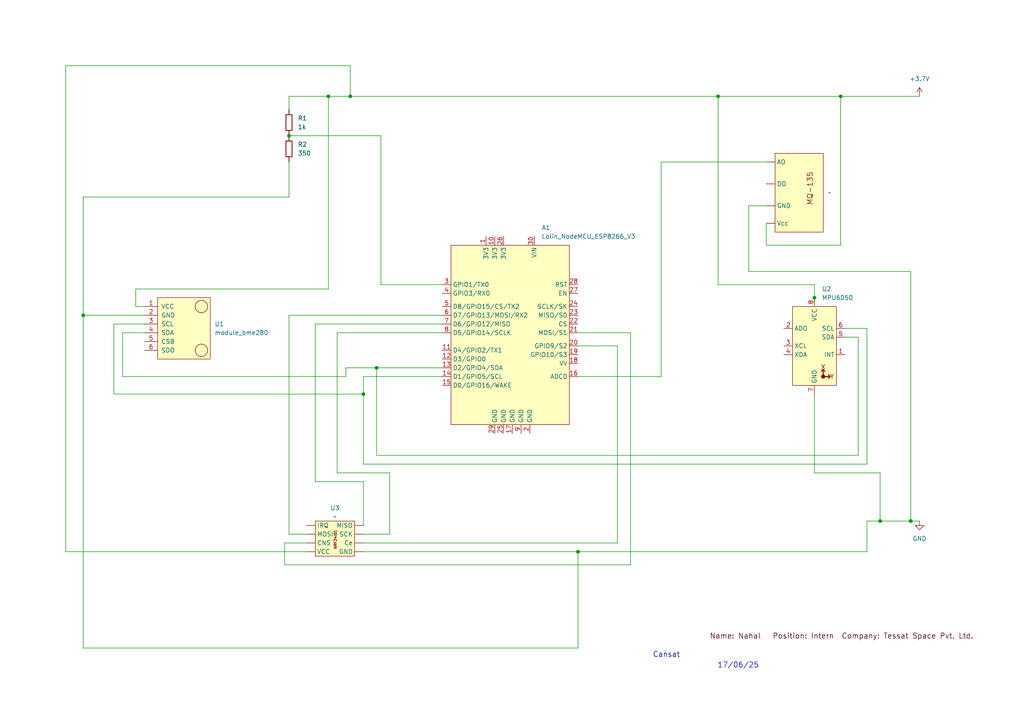
<source format=kicad_sch>
(kicad_sch (version 20250114) (generator "eeschema") (generator_version "9.0")
  (paper "A4")
  (lib_symbols
    (symbol "MQT-135_1"
      (property "Value" "~" (at -1.27 25.4 0))
      (symbol "MQT-135_1_1_1"
        (rectangle (start 0 36.83) (end 13.97 13.97) (fill (type background)))
        (text "MQ-135" (at 3.81 24.13 900) (effects (font (size 1.524 1.524))))
        (pin input line (at 16.51 34.29 180) (length 2.54) (name "Vcc") (number ""))
        (pin free line (at 16.51 29.21 180) (length 2.54) (name "GND") (number ""))
        (pin output line (at 16.51 22.86 180) (length 2.54) (name "DO") (number ""))
        (pin output line (at 16.51 16.51 180) (length 2.54) (name "AO") (number ""))
      )
    )
    (symbol "PCM_4ms_Power-symbol:+5V" (power) (pin_names (offset 0))
      (property "Value" "+5V" (at 0 3.556 0))
      (symbol "+5V_0_1"
        (polyline (pts (xy -0.762 1.27) (xy 0 2.54)))
        (polyline (pts (xy 0 2.54) (xy 0.762 1.27)))
        (polyline (pts (xy 0 0) (xy 0 2.54)))
      )
      (symbol "+5V_1_1"
        (pin power_in line (at 0 0 90) (length 0) (hide yes) (name "+5V") (number "1"))
      )
    )
    (symbol "PCM_4ms_Power-symbol:GND" (power) (pin_names (offset 0))
      (property "Value" "GND" (at 0 -3.81 0))
      (symbol "GND_0_1"
        (polyline (pts (xy 0 0) (xy 0 -1.27) (xy 1.27 -1.27) (xy 0 -2.54) (xy -1.27 -1.27) (xy 0 -1.27)))
      )
      (symbol "GND_1_1"
        (pin power_in line (at 0 0 270) (length 0) (hide yes) (name "GND") (number "1"))
      )
    )
    (symbol "PCM_SL_Breakout_Boards:MPU6050"
      (property "Reference" "U" (at -6.35 13.97 0))
      (property "Value" "MPU6050" (at -7.62 11.43 0))
      (symbol "MPU6050_0_0"
        (circle (center 2.54 -10.16) (radius 0.508) (fill (type outline)))
        (text "X" (at 2.54 -7.366 0) (effects (font (size 1.27 1.27))))
        (text "Y" (at 5.08 -10.16 0) (effects (font (size 1.27 1.27))))
      )
      (symbol "MPU6050_0_1"
        (rectangle (start -6.35 10.16) (end 6.35 -12.7) (fill (type background)))
        (polyline (pts (xy 2.54 -8.128) (xy 2.032 -8.636)) (stroke (width 0.3)))
        (polyline (pts (xy 2.54 -8.128) (xy 3.048 -8.636)) (stroke (width 0.3)))
        (polyline (pts (xy 2.54 -8.128) (xy 2.54 -10.16) (xy 4.572 -10.16)) (stroke (width 0.3)))
        (polyline (pts (xy 4.572 -10.16) (xy 4.064 -9.652)) (stroke (width 0.3)))
        (polyline (pts (xy 4.572 -10.16) (xy 4.064 -10.668)) (stroke (width 0.3)))
      )
      (symbol "MPU6050_1_1"
        (pin bidirectional line (at -8.89 3.81 0) (length 2.54) (name "ADO") (number "2"))
        (pin bidirectional line (at -8.89 -1.27 0) (length 2.54) (name "XCL") (number "3"))
        (pin bidirectional line (at -8.89 -3.81 0) (length 2.54) (name "XDA") (number "4"))
        (pin power_in line (at 0 12.7 270) (length 2.54) (name "VCC") (number "8"))
        (pin power_in line (at 0 -15.24 90) (length 2.54) (name "GND") (number "7"))
        (pin bidirectional line (at 8.89 3.81 180) (length 2.54) (name "SCL") (number "6"))
        (pin bidirectional line (at 8.89 1.27 180) (length 2.54) (name "SDA") (number "5"))
        (pin bidirectional line (at 8.89 -3.81 180) (length 2.54) (name "INT") (number "1"))
      )
    )
    (symbol "PCM_SL_Development_Board:Lolin_NodeMCU_ESP8266_V3"
      (property "Reference" "A" (at -12.7 27.94 0))
      (property "Value" "Lolin_NodeMCU_ESP8266_V3" (at -0.635 -19.05 0))
      (symbol "Lolin_NodeMCU_ESP8266_V3_0_1"
        (rectangle (start -17.78 25.4) (end 16.51 -26.67) (fill (type background)))
      )
      (symbol "Lolin_NodeMCU_ESP8266_V3_1_1"
        (pin bidirectional line (at -20.32 13.97 0) (length 2.54) (name "GPIO1/TX0") (number "3"))
        (pin bidirectional line (at -20.32 11.43 0) (length 2.54) (name "GPIO3/RX0") (number "4"))
        (pin bidirectional line (at -20.32 7.62 0) (length 2.54) (name "D8/GPIO15/CS/TX2") (number "5"))
        (pin bidirectional line (at -20.32 5.08 0) (length 2.54) (name "D7/GPIO13/MOSI/RX2") (number "6"))
        (pin bidirectional line (at -20.32 2.54 0) (length 2.54) (name "D6/GPIO12/MISO") (number "7"))
        (pin bidirectional line (at -20.32 0 0) (length 2.54) (name "D5/GPIO14/SCLK") (number "8"))
        (pin bidirectional line (at -20.32 -5.08 0) (length 2.54) (name "D4/GPIO2/TX1") (number "11"))
        (pin bidirectional line (at -20.32 -7.62 0) (length 2.54) (name "D3/GPIO0") (number "12"))
        (pin bidirectional line (at -20.32 -10.16 0) (length 2.54) (name "D2/GPIO4/SDA") (number "13"))
        (pin bidirectional line (at -20.32 -12.7 0) (length 2.54) (name "D1/GPIO5/SCL") (number "14"))
        (pin bidirectional line (at -20.32 -15.24 0) (length 2.54) (name "D0/GPIO16/WAKE") (number "15"))
        (pin power_in line (at -7.62 27.94 270) (length 2.54) (name "3V3") (number "1"))
        (pin power_in line (at -5.08 27.94 270) (length 2.54) (name "3V3") (number "10"))
        (pin power_in line (at -5.08 -29.21 90) (length 2.54) (name "GND") (number "29"))
        (pin power_in line (at -2.54 27.94 270) (length 2.54) (name "3V3") (number "26"))
        (pin power_in line (at -2.54 -29.21 90) (length 2.54) (name "GND") (number "25"))
        (pin power_in line (at 0 -29.21 90) (length 2.54) (name "GND") (number "17"))
        (pin power_in line (at 2.54 -29.21 90) (length 2.54) (name "GND") (number "9"))
        (pin power_in line (at 5.08 -29.21 90) (length 2.54) (name "GND") (number "2"))
        (pin power_in line (at 6.35 27.94 270) (length 2.54) (name "VIN") (number "30"))
        (pin bidirectional line (at 19.05 13.97 180) (length 2.54) (name "RST") (number "28"))
        (pin bidirectional line (at 19.05 11.43 180) (length 2.54) (name "EN") (number "27"))
        (pin bidirectional line (at 19.05 7.62 180) (length 2.54) (name "SCLK/SK") (number "24"))
        (pin bidirectional line (at 19.05 5.08 180) (length 2.54) (name "MISO/S0") (number "23"))
        (pin bidirectional line (at 19.05 2.54 180) (length 2.54) (name "CS") (number "22"))
        (pin bidirectional line (at 19.05 0 180) (length 2.54) (name "MOSI/S1") (number "21"))
        (pin bidirectional line (at 19.05 -3.81 180) (length 2.54) (name "GPIO9/S2") (number "20"))
        (pin bidirectional line (at 19.05 -6.35 180) (length 2.54) (name "GPIO10/S3") (number "19"))
        (pin bidirectional line (at 19.05 -8.89 180) (length 2.54) (name "VV") (number "18"))
        (pin bidirectional line (at 19.05 -12.7 180) (length 2.54) (name "ADC0") (number "16"))
      )
    )
    (symbol "PCM_SL_Resistors:1k"
      (property "Reference" "R" (at 0 5.08 0))
      (property "Value" "1k" (at 0 2.54 0))
      (symbol "1k_0_1"
        (rectangle (start -2.286 0.889) (end 2.286 -0.889) (stroke (width 0.24)))
      )
      (symbol "1k_1_1"
        (pin passive line (at -3.81 0 0) (length 1.5) (name "") (number "1"))
        (pin passive line (at 3.81 0 180) (length 1.5) (name "~") (number "2"))
      )
    )
    (symbol "PCM_SL_Resistors:Resistor"
      (property "Reference" "R" (at 0 5.08 0))
      (property "Value" "Resistor" (at 0 2.54 0))
      (symbol "Resistor_0_1"
        (rectangle (start -2.286 0.889) (end 2.286 -0.889) (stroke (width 0.24)))
      )
      (symbol "Resistor_1_1"
        (pin passive line (at -3.81 0 0) (length 1.5) (name "") (number "1"))
        (pin passive line (at 3.81 0 180) (length 1.5) (name "~") (number "2"))
      )
    )
    (symbol "mqt-135:MQT-135"
      (property "Reference" "S" (at 0 0 0))
    )
    (symbol "mqt-135:NRF24L01"
      (property "Reference" "U" (at 0 0 0))
      (symbol "NRF24L01_0_1"
        (rectangle (start 0 0) (end 0 0))
      )
      (symbol "NRF24L01_1_1"
        (rectangle (start -11.43 10.16) (end 0 0) (fill (type background)))
        (text "NRF24l01" (at -5.842 5.334 900) (effects (font (size 0.762 0.762))))
        (pin free line (at -13.97 8.89 0) (length 2.54) (name "GND") (number ""))
        (pin free line (at -13.97 6.35 0) (length 2.54) (name "Ce") (number ""))
        (pin free line (at -13.97 3.81 0) (length 2.54) (name "SCK") (number ""))
        (pin free line (at -13.97 1.27 0) (length 2.54) (name "MISO") (number ""))
        (pin free line (at 2.54 8.89 180) (length 2.54) (name "VCC") (number ""))
        (pin free line (at 2.54 6.35 180) (length 2.54) (name "CNS") (number ""))
        (pin free line (at 2.54 3.81 180) (length 2.54) (name "MOSI") (number ""))
        (pin free line (at 2.54 1.27 180) (length 2.54) (name "IRQ") (number ""))
      )
    )
    (symbol "usini_sensors:module_bme280" (pin_names (offset 1.016))
      (property "Reference" "U" (at 3.81 11.43 0))
      (property "Value" "module_bme280" (at 11.43 -8.89 0))
      (symbol "module_bme280_0_1"
        (rectangle (start 3.81 -7.62) (end 19.05 10.16) (fill (type background)))
        (circle (center 16.51 7.62) (radius 1.8034))
        (circle (center 16.51 -5.08) (radius 1.8034))
      )
      (symbol "module_bme280_1_1"
        (pin passive line (at 0 7.62 0) (length 3.81) (name "VCC") (number "1"))
        (pin passive line (at 0 5.08 0) (length 3.81) (name "GND") (number "2"))
        (pin passive line (at 0 2.54 0) (length 3.81) (name "SCL") (number "3"))
        (pin passive line (at 0 0 0) (length 3.81) (name "SDA") (number "4"))
        (pin passive line (at 0 -2.54 0) (length 3.81) (name "CSB") (number "5"))
        (pin passive line (at 0 -5.08 0) (length 3.81) (name "SDO") (number "6"))
      )
    )
  )
  (text "Name: Nahal   Position: Intern  Company: Tessat Space Pvt. Ltd." (at 244.094 184.658 0) (effects (font (size 1.524 1.524))))
  (text "17/06/25" (at 214.122 193.04 0) (effects (font (size 1.524 1.524))))
  (text "Cansat\n" (at 193.294 189.992 0) (effects (font (size 1.524 1.524))))
  (junction (at 255.27 151.13))
  (junction (at 109.22 106.68))
  (junction (at 24.13 91.44))
  (junction (at 167.64 160.02))
  (junction (at 243.84 27.94))
  (junction (at 105.41 114.3))
  (junction (at 95.25 27.94))
  (junction (at 264.16 151.13))
  (junction (at 236.22 86.36))
  (junction (at 83.82 39.37))
  (junction (at 208.28 27.94))
  (junction (at 101.6 27.94))
  (wire (pts (xy 245.11 95.25) (xy 251.46 95.25)))
  (wire (pts (xy 255.27 137.16) (xy 255.27 151.13)))
  (wire (pts (xy 24.13 91.44) (xy 24.13 187.96)))
  (wire (pts (xy 251.46 151.13) (xy 251.46 160.02)))
  (wire (pts (xy 110.49 82.55) (xy 128.27 82.55)))
  (wire (pts (xy 82.55 163.83) (xy 182.88 163.83)))
  (wire (pts (xy 266.7 151.13) (xy 264.16 151.13)))
  (wire (pts (xy 100.33 109.22) (xy 100.33 106.68)))
  (wire (pts (xy 83.82 57.15) (xy 83.82 46.99)))
  (wire (pts (xy 243.84 27.94) (xy 266.7 27.94)))
  (wire (pts (xy 113.03 154.94) (xy 113.03 137.16)))
  (wire (pts (xy 248.92 97.79) (xy 248.92 132.08)))
  (wire (pts (xy 91.44 139.7) (xy 91.44 93.98)))
  (wire (pts (xy 264.16 78.74) (xy 264.16 151.13)))
  (wire (pts (xy 208.28 27.94) (xy 243.84 27.94)))
  (wire (pts (xy 208.28 82.55) (xy 208.28 27.94)))
  (wire (pts (xy 41.91 91.44) (xy 24.13 91.44)))
  (wire (pts (xy 236.22 86.36) (xy 236.22 87.63)))
  (wire (pts (xy 105.41 160.02) (xy 167.64 160.02)))
  (wire (pts (xy 167.64 187.96) (xy 24.13 187.96)))
  (wire (pts (xy 109.22 106.68) (xy 128.27 106.68)))
  (wire (pts (xy 191.77 46.99) (xy 191.77 109.22)))
  (wire (pts (xy 82.55 157.48) (xy 82.55 163.83)))
  (wire (pts (xy 167.64 160.02) (xy 251.46 160.02)))
  (wire (pts (xy 101.6 27.94) (xy 208.28 27.94)))
  (wire (pts (xy 19.05 160.02) (xy 19.05 19.05)))
  (wire (pts (xy 113.03 137.16) (xy 97.79 137.16)))
  (wire (pts (xy 39.37 83.82) (xy 95.25 83.82)))
  (wire (pts (xy 91.44 93.98) (xy 128.27 93.98)))
  (wire (pts (xy 128.27 91.44) (xy 83.82 91.44)))
  (wire (pts (xy 101.6 19.05) (xy 101.6 27.94)))
  (wire (pts (xy 19.05 19.05) (xy 101.6 19.05)))
  (wire (pts (xy 222.25 46.99) (xy 191.77 46.99)))
  (wire (pts (xy 33.02 93.98) (xy 41.91 93.98)))
  (wire (pts (xy 167.64 160.02) (xy 167.64 187.96)))
  (wire (pts (xy 179.07 100.33) (xy 167.64 100.33)))
  (wire (pts (xy 109.22 132.08) (xy 109.22 106.68)))
  (wire (pts (xy 39.37 88.9) (xy 39.37 83.82)))
  (wire (pts (xy 110.49 39.37) (xy 110.49 82.55)))
  (wire (pts (xy 105.41 114.3) (xy 33.02 114.3)))
  (wire (pts (xy 191.77 109.22) (xy 167.64 109.22)))
  (wire (pts (xy 24.13 57.15) (xy 83.82 57.15)))
  (wire (pts (xy 41.91 88.9) (xy 39.37 88.9)))
  (wire (pts (xy 35.56 109.22) (xy 100.33 109.22)))
  (wire (pts (xy 83.82 154.94) (xy 88.9 154.94)))
  (wire (pts (xy 95.25 83.82) (xy 95.25 27.94)))
  (wire (pts (xy 83.82 27.94) (xy 95.25 27.94)))
  (wire (pts (xy 88.9 157.48) (xy 82.55 157.48)))
  (wire (pts (xy 105.41 109.22) (xy 128.27 109.22)))
  (wire (pts (xy 83.82 91.44) (xy 83.82 154.94)))
  (wire (pts (xy 179.07 157.48) (xy 179.07 100.33)))
  (wire (pts (xy 95.25 27.94) (xy 101.6 27.94)))
  (wire (pts (xy 100.33 106.68) (xy 109.22 106.68)))
  (wire (pts (xy 105.41 139.7) (xy 91.44 139.7)))
  (wire (pts (xy 255.27 151.13) (xy 251.46 151.13)))
  (wire (pts (xy 97.79 96.52) (xy 128.27 96.52)))
  (wire (pts (xy 19.05 160.02) (xy 88.9 160.02)))
  (wire (pts (xy 243.84 27.94) (xy 243.84 71.12)))
  (wire (pts (xy 24.13 57.15) (xy 24.13 91.44)))
  (wire (pts (xy 208.28 82.55) (xy 236.22 82.55)))
  (wire (pts (xy 33.02 114.3) (xy 33.02 93.98)))
  (wire (pts (xy 264.16 151.13) (xy 255.27 151.13)))
  (wire (pts (xy 105.41 134.62) (xy 105.41 114.3)))
  (wire (pts (xy 248.92 132.08) (xy 109.22 132.08)))
  (wire (pts (xy 97.79 137.16) (xy 97.79 96.52)))
  (wire (pts (xy 105.41 157.48) (xy 179.07 157.48)))
  (wire (pts (xy 222.25 71.12) (xy 243.84 71.12)))
  (wire (pts (xy 35.56 96.52) (xy 35.56 109.22)))
  (wire (pts (xy 83.82 39.37) (xy 110.49 39.37)))
  (wire (pts (xy 222.25 64.77) (xy 222.25 71.12)))
  (wire (pts (xy 251.46 95.25) (xy 251.46 134.62)))
  (wire (pts (xy 236.22 82.55) (xy 236.22 86.36)))
  (wire (pts (xy 245.11 97.79) (xy 248.92 97.79)))
  (wire (pts (xy 105.41 152.4) (xy 105.41 139.7)))
  (wire (pts (xy 182.88 163.83) (xy 182.88 96.52)))
  (wire (pts (xy 105.41 154.94) (xy 113.03 154.94)))
  (wire (pts (xy 236.22 137.16) (xy 255.27 137.16)))
  (wire (pts (xy 182.88 96.52) (xy 167.64 96.52)))
  (wire (pts (xy 41.91 96.52) (xy 35.56 96.52)))
  (wire (pts (xy 217.17 78.74) (xy 264.16 78.74)))
  (wire (pts (xy 251.46 134.62) (xy 105.41 134.62)))
  (wire (pts (xy 217.17 59.69) (xy 217.17 78.74)))
  (wire (pts (xy 222.25 59.69) (xy 217.17 59.69)))
  (wire (pts (xy 83.82 27.94) (xy 83.82 31.75)))
  (wire (pts (xy 236.22 114.3) (xy 236.22 137.16)))
  (wire (pts (xy 105.41 114.3) (xy 105.41 109.22)))
  (symbol (lib_id "mqt-135:MQT-135") (at 129.54 -21.59 0) (unit 1)
    (property "Reference" "S1" (at 130.81 -22.2251 0) (effects (justify left)))
    (property "Value" "~" (at 130.81 -20.32 0) (effects (justify left)))
  )
  (symbol (lib_id "PCM_4ms_Power-symbol:GND") (at 266.7 151.13 0) (unit 1)
    (property "Reference" "#PWR01" (effects (hide yes)))
    (property "Value" "GND" (at 266.7 156.21 0))
  )
  (symbol (lib_id "PCM_SL_Resistors:Resistor") (at 83.82 43.18 270) (unit 1)
    (property "Reference" "R2" (at 86.36 41.9099 90) (effects (justify left)))
    (property "Value" "350" (at 86.36 44.4499 90) (effects (justify left)))
    (property "Footprint" "Resistor_THT:R_Axial_DIN0207_L6.3mm_D2.5mm_P10.16mm_Horizontal" (effects (hide yes)))
    (property "Description" "1/4W Resistor" (effects (hide yes)))
  )
  (symbol (lib_id "PCM_SL_Breakout_Boards:MPU6050") (at 236.22 99.06 0) (unit 1)
    (property "Reference" "U2" (at 238.3633 83.82 0) (effects (justify left)))
    (property "Value" "MPU6050" (at 238.3633 86.36 0) (effects (justify left)))
    (property "Footprint" "PCM_SL_Breakout_Boards:MPU6050_Breakout" (effects (hide yes)))
    (property "Description" "MPU6050 Breakout Board, 6-Axis Motion Sensor, Gyroscope, Accelerometer" (effects (hide yes)))
  )
  (symbol (lib_id "PCM_SL_Development_Board:Lolin_NodeMCU_ESP8266_V3") (at 148.59 96.52 0) (unit 1)
    (property "Reference" "A1" (at 157.0833 66.04 0) (effects (justify left)))
    (property "Value" "Lolin_NodeMCU_ESP8266_V3" (at 157.0833 68.58 0) (effects (justify left)))
    (property "Footprint" "PCM_SL_Development_Boards:Lolin_NodeMCU_ESP8266" (effects (hide yes)))
    (property "Description" "Microcontroller module with ESP8266 MCU and WiFi" (effects (hide yes)))
  )
  (symbol (lib_id "PCM_SL_Resistors:1k") (at 83.82 35.56 90) (unit 1)
    (property "Reference" "R1" (at 86.36 34.2899 90) (effects (justify right)))
    (property "Value" "1k" (at 86.36 36.8299 90) (effects (justify right)))
    (property "Footprint" "Resistor_THT:R_Axial_DIN0207_L6.3mm_D2.5mm_P10.16mm_Horizontal" (effects (hide yes)))
    (property "Description" "1kΩ, 1/4W Resistor" (effects (hide yes)))
  )
  (symbol (lib_id "usini_sensors:module_bme280") (at 41.91 96.52 0) (unit 1)
    (property "Reference" "U1" (at 62.23 93.9799 0) (effects (justify left)))
    (property "Value" "module_bme280" (at 62.23 96.5199 0) (effects (justify left)))
    (property "Footprint" "usini_sensors:module_bme280" (effects (hide yes)))
  )
  (symbol (lib_id "PCM_4ms_Power-symbol:+5V") (at 266.7 27.94 0) (unit 1)
    (property "Reference" "#PWR02" (effects (hide yes)))
    (property "Value" "+3.7V" (at 266.7 22.86 0))
  )
  (symbol (lib_id "mqt-135:NRF24L01") (at 91.44 151.13 180) (unit 1)
    (property "Reference" "U3" (at 97.155 147.32 0))
    (property "Value" "~" (at 97.155 149.86 0))
  )
  (symbol (lib_name "MQT-135_1") (lib_id "mqt-135:MQT-135") (at 238.76 30.48 180) (unit 1)
    (property "Reference" "S2" (effects (hide yes)))
    (property "Value" "~" (at 240.03 55.88 0) (effects (justify right)))
  )
)
</source>
